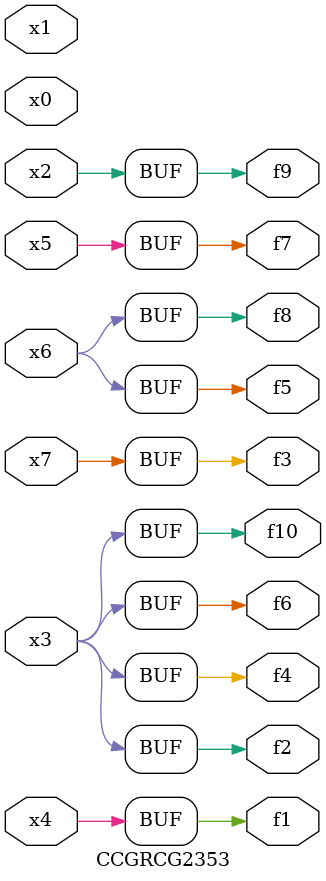
<source format=v>
module CCGRCG2353(
	input x0, x1, x2, x3, x4, x5, x6, x7,
	output f1, f2, f3, f4, f5, f6, f7, f8, f9, f10
);
	assign f1 = x4;
	assign f2 = x3;
	assign f3 = x7;
	assign f4 = x3;
	assign f5 = x6;
	assign f6 = x3;
	assign f7 = x5;
	assign f8 = x6;
	assign f9 = x2;
	assign f10 = x3;
endmodule

</source>
